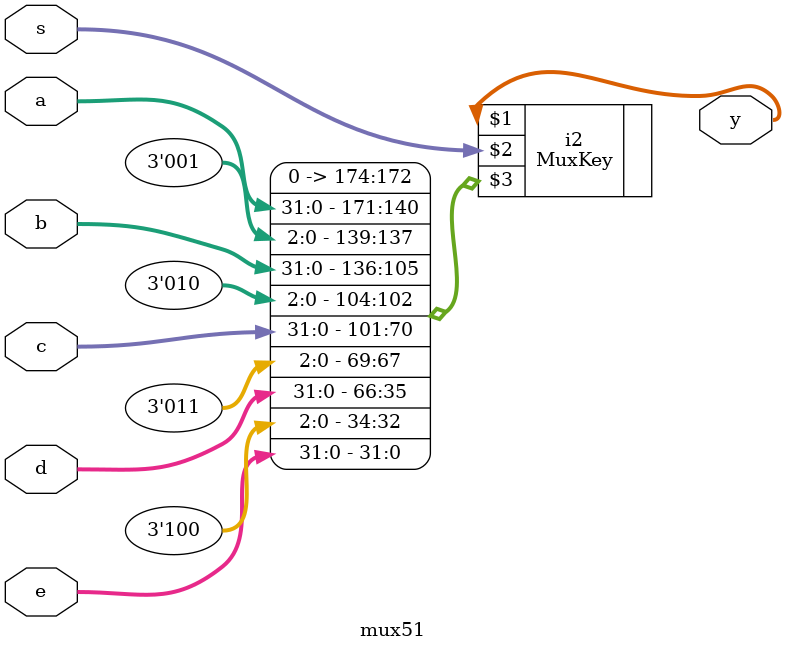
<source format=v>
module mux51(a,b,c,d,e,s,y);
  input  [31:0] a,b,c,d,e;
  input  [2:0]  s;
  output [31:0] y;
  MuxKey #(5, 3, 32) i2 (y, s, {
    3'b000, a,
    3'b001, b,
    3'b010, c,
    3'b011, d,
    3'b100, e
  });
endmodule

</source>
